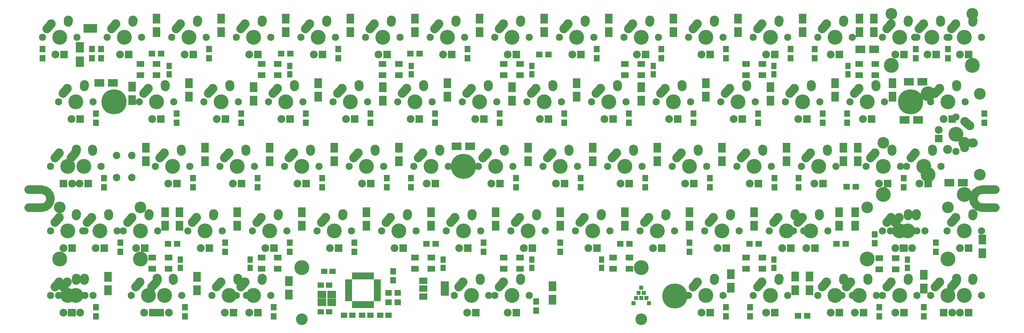
<source format=gbs>
G04 #@! TF.FileFunction,Soldermask,Bot*
%FSLAX46Y46*%
G04 Gerber Fmt 4.6, Leading zero omitted, Abs format (unit mm)*
G04 Created by KiCad (PCBNEW 4.0.6) date 10/22/17 14:26:44*
%MOMM*%
%LPD*%
G01*
G04 APERTURE LIST*
%ADD10C,0.100000*%
%ADD11C,2.501900*%
%ADD12C,2.650000*%
%ADD13C,2.650000*%
%ADD14C,4.387800*%
%ADD15C,2.305000*%
%ADD16R,2.305000X2.305000*%
%ADD17C,2.101800*%
%ADD18R,1.700000X1.900000*%
%ADD19C,7.401300*%
%ADD20C,7.400240*%
%ADD21R,1.900000X1.650000*%
%ADD22R,1.650000X1.900000*%
%ADD23R,2.430000X3.050000*%
%ADD24C,3.448000*%
%ADD25R,2.400000X4.200000*%
%ADD26R,2.400000X1.900000*%
%ADD27R,1.900000X1.700000*%
%ADD28R,2.200000X1.800000*%
%ADD29C,2.200000*%
%ADD30R,2.000000X0.950000*%
%ADD31R,0.950000X2.000000*%
%ADD32R,0.900000X2.650000*%
%ADD33R,2.200000X2.900000*%
%ADD34R,2.900000X2.200000*%
%ADD35R,2.500000X2.200000*%
%ADD36R,1.162000X1.162000*%
G04 APERTURE END LIST*
D10*
D11*
X329212500Y-102099050D02*
X333012500Y-102099050D01*
X326561550Y-104750000D02*
G75*
G02X329212500Y-102099050I2650950J0D01*
G01*
X329212500Y-107400950D02*
G75*
G02X326561550Y-104750000I0J2650950D01*
G01*
X329212500Y-107400950D02*
X333062500Y-107400950D01*
X48012500Y-102099050D02*
X51812500Y-102099050D01*
X54463450Y-104750000D02*
G75*
G03X51812500Y-102099050I-2650950J0D01*
G01*
X51812500Y-107400950D02*
G75*
G03X54463450Y-104750000I0J2650950D01*
G01*
X48012500Y-107400950D02*
X51812500Y-107400950D01*
D12*
X169187500Y-90750000D02*
X169227500Y-90170000D01*
D13*
X169227500Y-90170000D03*
D12*
X162877500Y-92710000D02*
X164187500Y-91250000D01*
D14*
X166687500Y-95250000D03*
D13*
X164187500Y-91250000D03*
D15*
X165417500Y-100330000D03*
D16*
X167957500Y-100330000D03*
D17*
X161607500Y-95250000D03*
X171767500Y-95250000D03*
D12*
X97750000Y-52650000D02*
X97790000Y-52070000D01*
D13*
X97790000Y-52070000D03*
D12*
X91440000Y-54610000D02*
X92750000Y-53150000D01*
D14*
X95250000Y-57150000D03*
D13*
X92750000Y-53150000D03*
D15*
X93980000Y-62230000D03*
D16*
X96520000Y-62230000D03*
D17*
X90170000Y-57150000D03*
X100330000Y-57150000D03*
D18*
X155448000Y-128858000D03*
X155448000Y-126158000D03*
D19*
X73212500Y-76150000D03*
D20*
X176212500Y-95250000D03*
X238512500Y-133450000D03*
X308062500Y-76150000D03*
D21*
X136614000Y-138160000D03*
X134114000Y-138160000D03*
X134114000Y-130286000D03*
X136614000Y-130286000D03*
X154140000Y-139176000D03*
X151640000Y-139176000D03*
X137650000Y-126222000D03*
X135150000Y-126222000D03*
X143472000Y-139176000D03*
X140972000Y-139176000D03*
X146306000Y-139176000D03*
X148806000Y-139176000D03*
D22*
X170180000Y-122702000D03*
X170180000Y-125202000D03*
X196342000Y-122702000D03*
X196342000Y-125202000D03*
X216916000Y-122702000D03*
X216916000Y-125202000D03*
X267716000Y-122702000D03*
X267716000Y-125202000D03*
X307086000Y-122702000D03*
X307086000Y-125202000D03*
X289560000Y-65552000D03*
X289560000Y-68052000D03*
X267716000Y-65552000D03*
X267716000Y-68052000D03*
X232156000Y-65552000D03*
X232156000Y-68052000D03*
X196342000Y-65552000D03*
X196342000Y-68052000D03*
X160782000Y-65552000D03*
X160782000Y-68052000D03*
X124968000Y-65552000D03*
X124968000Y-68052000D03*
X89408000Y-65552000D03*
X89408000Y-68052000D03*
X92710000Y-122702000D03*
X92710000Y-125202000D03*
X113284000Y-122702000D03*
X113284000Y-125202000D03*
D23*
X63103125Y-64293750D03*
X63103125Y-60113750D03*
D12*
X250150000Y-52650000D02*
X250190000Y-52070000D01*
D13*
X250190000Y-52070000D03*
D12*
X243840000Y-54610000D02*
X245150000Y-53150000D01*
D14*
X247650000Y-57150000D03*
D13*
X245150000Y-53150000D03*
D15*
X246380000Y-62230000D03*
D16*
X248920000Y-62230000D03*
D17*
X242570000Y-57150000D03*
X252730000Y-57150000D03*
D12*
X78700000Y-52650000D02*
X78740000Y-52070000D01*
D13*
X78740000Y-52070000D03*
D12*
X72390000Y-54610000D02*
X73700000Y-53150000D01*
D14*
X76200000Y-57150000D03*
D13*
X73700000Y-53150000D03*
D15*
X74930000Y-62230000D03*
D16*
X77470000Y-62230000D03*
D17*
X71120000Y-57150000D03*
X81280000Y-57150000D03*
D12*
X116800000Y-52650000D02*
X116840000Y-52070000D01*
D13*
X116840000Y-52070000D03*
D12*
X110490000Y-54610000D02*
X111800000Y-53150000D01*
D14*
X114300000Y-57150000D03*
D13*
X111800000Y-53150000D03*
D15*
X113030000Y-62230000D03*
D16*
X115570000Y-62230000D03*
D17*
X109220000Y-57150000D03*
X119380000Y-57150000D03*
D12*
X135850000Y-52650000D02*
X135890000Y-52070000D01*
D13*
X135890000Y-52070000D03*
D12*
X129540000Y-54610000D02*
X130850000Y-53150000D01*
D14*
X133350000Y-57150000D03*
D13*
X130850000Y-53150000D03*
D15*
X132080000Y-62230000D03*
D16*
X134620000Y-62230000D03*
D17*
X128270000Y-57150000D03*
X138430000Y-57150000D03*
D12*
X154900000Y-52650000D02*
X154940000Y-52070000D01*
D13*
X154940000Y-52070000D03*
D12*
X148590000Y-54610000D02*
X149900000Y-53150000D01*
D14*
X152400000Y-57150000D03*
D13*
X149900000Y-53150000D03*
D15*
X151130000Y-62230000D03*
D16*
X153670000Y-62230000D03*
D17*
X147320000Y-57150000D03*
X157480000Y-57150000D03*
D12*
X173950000Y-52650000D02*
X173990000Y-52070000D01*
D13*
X173990000Y-52070000D03*
D12*
X167640000Y-54610000D02*
X168950000Y-53150000D01*
D14*
X171450000Y-57150000D03*
D13*
X168950000Y-53150000D03*
D15*
X170180000Y-62230000D03*
D16*
X172720000Y-62230000D03*
D17*
X166370000Y-57150000D03*
X176530000Y-57150000D03*
D12*
X193000000Y-52650000D02*
X193040000Y-52070000D01*
D13*
X193040000Y-52070000D03*
D12*
X186690000Y-54610000D02*
X188000000Y-53150000D01*
D14*
X190500000Y-57150000D03*
D13*
X188000000Y-53150000D03*
D15*
X189230000Y-62230000D03*
D16*
X191770000Y-62230000D03*
D17*
X185420000Y-57150000D03*
X195580000Y-57150000D03*
D12*
X212050000Y-52650000D02*
X212090000Y-52070000D01*
D13*
X212090000Y-52070000D03*
D12*
X205740000Y-54610000D02*
X207050000Y-53150000D01*
D14*
X209550000Y-57150000D03*
D13*
X207050000Y-53150000D03*
D15*
X208280000Y-62230000D03*
D16*
X210820000Y-62230000D03*
D17*
X204470000Y-57150000D03*
X214630000Y-57150000D03*
D12*
X231100000Y-52650000D02*
X231140000Y-52070000D01*
D13*
X231140000Y-52070000D03*
D12*
X224790000Y-54610000D02*
X226100000Y-53150000D01*
D14*
X228600000Y-57150000D03*
D13*
X226100000Y-53150000D03*
D15*
X227330000Y-62230000D03*
D16*
X229870000Y-62230000D03*
D17*
X223520000Y-57150000D03*
X233680000Y-57150000D03*
D12*
X283487500Y-90750000D02*
X283527500Y-90170000D01*
D13*
X283527500Y-90170000D03*
D12*
X277177500Y-92710000D02*
X278487500Y-91250000D01*
D14*
X280987500Y-95250000D03*
D13*
X278487500Y-91250000D03*
D15*
X279717500Y-100330000D03*
D16*
X282257500Y-100330000D03*
D17*
X275907500Y-95250000D03*
X286067500Y-95250000D03*
D12*
X235862500Y-109800000D02*
X235902500Y-109220000D01*
D13*
X235902500Y-109220000D03*
D12*
X229552500Y-111760000D02*
X230862500Y-110300000D01*
D14*
X233362500Y-114300000D03*
D13*
X230862500Y-110300000D03*
D15*
X232092500Y-119380000D03*
D16*
X234632500Y-119380000D03*
D17*
X228282500Y-114300000D03*
X238442500Y-114300000D03*
D12*
X269200000Y-52650000D02*
X269240000Y-52070000D01*
D13*
X269240000Y-52070000D03*
D12*
X262890000Y-54610000D02*
X264200000Y-53150000D01*
D14*
X266700000Y-57150000D03*
D13*
X264200000Y-53150000D03*
D15*
X265430000Y-62230000D03*
D16*
X267970000Y-62230000D03*
D17*
X261620000Y-57150000D03*
X271780000Y-57150000D03*
D12*
X254912500Y-109800000D02*
X254952500Y-109220000D01*
D13*
X254952500Y-109220000D03*
D12*
X248602500Y-111760000D02*
X249912500Y-110300000D01*
D14*
X252412500Y-114300000D03*
D13*
X249912500Y-110300000D03*
D15*
X251142500Y-119380000D03*
D16*
X253682500Y-119380000D03*
D17*
X247332500Y-114300000D03*
X257492500Y-114300000D03*
D12*
X281106250Y-109800000D02*
X281146250Y-109220000D01*
D13*
X281146250Y-109220000D03*
D12*
X274796250Y-111760000D02*
X276106250Y-110300000D01*
D14*
X278606250Y-114300000D03*
D13*
X276106250Y-110300000D03*
D15*
X277336250Y-119380000D03*
D16*
X279876250Y-119380000D03*
D17*
X273526250Y-114300000D03*
X283686250Y-114300000D03*
D12*
X273962500Y-109800000D02*
X274002500Y-109220000D01*
D13*
X274002500Y-109220000D03*
D12*
X267652500Y-111760000D02*
X268962500Y-110300000D01*
D14*
X271462500Y-114300000D03*
D13*
X268962500Y-110300000D03*
D15*
X270192500Y-119380000D03*
D16*
X272732500Y-119380000D03*
D17*
X266382500Y-114300000D03*
X276542500Y-114300000D03*
D12*
X264437500Y-90750000D02*
X264477500Y-90170000D01*
D13*
X264477500Y-90170000D03*
D12*
X258127500Y-92710000D02*
X259437500Y-91250000D01*
D14*
X261937500Y-95250000D03*
D13*
X259437500Y-91250000D03*
D15*
X260667500Y-100330000D03*
D16*
X263207500Y-100330000D03*
D17*
X256857500Y-95250000D03*
X267017500Y-95250000D03*
D12*
X288250000Y-52650000D02*
X288290000Y-52070000D01*
D13*
X288290000Y-52070000D03*
D12*
X281940000Y-54610000D02*
X283250000Y-53150000D01*
D14*
X285750000Y-57150000D03*
D13*
X283250000Y-53150000D03*
D15*
X284480000Y-62230000D03*
D16*
X287020000Y-62230000D03*
D17*
X280670000Y-57150000D03*
X290830000Y-57150000D03*
D12*
X92987500Y-90750000D02*
X93027500Y-90170000D01*
D13*
X93027500Y-90170000D03*
D12*
X86677500Y-92710000D02*
X87987500Y-91250000D01*
D14*
X90487500Y-95250000D03*
D13*
X87987500Y-91250000D03*
D15*
X89217500Y-100330000D03*
D16*
X91757500Y-100330000D03*
D17*
X85407500Y-95250000D03*
X95567500Y-95250000D03*
D12*
X109656250Y-128850000D02*
X109696250Y-128270000D01*
D13*
X109696250Y-128270000D03*
D12*
X103346250Y-130810000D02*
X104656250Y-129350000D01*
D14*
X107156250Y-133350000D03*
D13*
X104656250Y-129350000D03*
D15*
X105886250Y-138430000D03*
D16*
X108426250Y-138430000D03*
D17*
X102076250Y-133350000D03*
X112236250Y-133350000D03*
D12*
X178712500Y-109800000D02*
X178752500Y-109220000D01*
D13*
X178752500Y-109220000D03*
D12*
X172402500Y-111760000D02*
X173712500Y-110300000D01*
D14*
X176212500Y-114300000D03*
D13*
X173712500Y-110300000D03*
D15*
X174942500Y-119380000D03*
D16*
X177482500Y-119380000D03*
D17*
X171132500Y-114300000D03*
X181292500Y-114300000D03*
D12*
X326350000Y-52650000D02*
X326390000Y-52070000D01*
D13*
X326390000Y-52070000D03*
D12*
X320040000Y-54610000D02*
X321350000Y-53150000D01*
D14*
X323850000Y-57150000D03*
D13*
X321350000Y-53150000D03*
D15*
X322580000Y-62230000D03*
D16*
X325120000Y-62230000D03*
D17*
X318770000Y-57150000D03*
X328930000Y-57150000D03*
D12*
X316825000Y-52650000D02*
X316865000Y-52070000D01*
D13*
X316865000Y-52070000D03*
D12*
X310515000Y-54610000D02*
X311825000Y-53150000D01*
D14*
X314325000Y-57150000D03*
D13*
X311825000Y-53150000D03*
D15*
X313055000Y-62230000D03*
D16*
X315595000Y-62230000D03*
D17*
X309245000Y-57150000D03*
X319405000Y-57150000D03*
D24*
X302418750Y-50165000D03*
X326231250Y-50165000D03*
D14*
X302418750Y-65405000D03*
X326231250Y-65405000D03*
D12*
X140612500Y-109800000D02*
X140652500Y-109220000D01*
D13*
X140652500Y-109220000D03*
D12*
X134302500Y-111760000D02*
X135612500Y-110300000D01*
D14*
X138112500Y-114300000D03*
D13*
X135612500Y-110300000D03*
D15*
X136842500Y-119380000D03*
D16*
X139382500Y-119380000D03*
D17*
X133032500Y-114300000D03*
X143192500Y-114300000D03*
D12*
X66793750Y-90750000D02*
X66833750Y-90170000D01*
D13*
X66833750Y-90170000D03*
D12*
X60483750Y-92710000D02*
X61793750Y-91250000D01*
D14*
X64293750Y-95250000D03*
D13*
X61793750Y-91250000D03*
D15*
X63023750Y-100330000D03*
D16*
X65563750Y-100330000D03*
D17*
X59213750Y-95250000D03*
X69373750Y-95250000D03*
D12*
X62031250Y-128850000D02*
X62071250Y-128270000D01*
D13*
X62071250Y-128270000D03*
D12*
X55721250Y-130810000D02*
X57031250Y-129350000D01*
D14*
X59531250Y-133350000D03*
D13*
X57031250Y-129350000D03*
D15*
X58261250Y-138430000D03*
D16*
X60801250Y-138430000D03*
D17*
X54451250Y-133350000D03*
X64611250Y-133350000D03*
D12*
X131087500Y-90750000D02*
X131127500Y-90170000D01*
D13*
X131127500Y-90170000D03*
D12*
X124777500Y-92710000D02*
X126087500Y-91250000D01*
D14*
X128587500Y-95250000D03*
D13*
X126087500Y-91250000D03*
D15*
X127317500Y-100330000D03*
D16*
X129857500Y-100330000D03*
D17*
X123507500Y-95250000D03*
X133667500Y-95250000D03*
D12*
X307300000Y-52650000D02*
X307340000Y-52070000D01*
D13*
X307340000Y-52070000D03*
D12*
X300990000Y-54610000D02*
X302300000Y-53150000D01*
D14*
X304800000Y-57150000D03*
D13*
X302300000Y-53150000D03*
D15*
X303530000Y-62230000D03*
D16*
X306070000Y-62230000D03*
D17*
X299720000Y-57150000D03*
X309880000Y-57150000D03*
D12*
X307300000Y-128850000D02*
X307340000Y-128270000D01*
D13*
X307340000Y-128270000D03*
D12*
X300990000Y-130810000D02*
X302300000Y-129350000D01*
D14*
X304800000Y-133350000D03*
D13*
X302300000Y-129350000D03*
D15*
X303530000Y-138430000D03*
D16*
X306070000Y-138430000D03*
D17*
X299720000Y-133350000D03*
X309880000Y-133350000D03*
D12*
X126325000Y-71700000D02*
X126365000Y-71120000D01*
D13*
X126365000Y-71120000D03*
D12*
X120015000Y-73660000D02*
X121325000Y-72200000D01*
D14*
X123825000Y-76200000D03*
D13*
X121325000Y-72200000D03*
D15*
X122555000Y-81280000D03*
D16*
X125095000Y-81280000D03*
D17*
X118745000Y-76200000D03*
X128905000Y-76200000D03*
D12*
X314443750Y-90750000D02*
X314483750Y-90170000D01*
D13*
X314483750Y-90170000D03*
D12*
X308133750Y-92710000D02*
X309443750Y-91250000D01*
D14*
X311943750Y-95250000D03*
D13*
X309443750Y-91250000D03*
D15*
X310673750Y-100330000D03*
D16*
X313213750Y-100330000D03*
D17*
X306863750Y-95250000D03*
X317023750Y-95250000D03*
D24*
X300037500Y-88265000D03*
X323850000Y-88265000D03*
D14*
X300037500Y-103505000D03*
X323850000Y-103505000D03*
D12*
X59650000Y-52650000D02*
X59690000Y-52070000D01*
D13*
X59690000Y-52070000D03*
D12*
X53340000Y-54610000D02*
X54650000Y-53150000D01*
D14*
X57150000Y-57150000D03*
D13*
X54650000Y-53150000D03*
D15*
X55880000Y-62230000D03*
D16*
X58420000Y-62230000D03*
D17*
X52070000Y-57150000D03*
X62230000Y-57150000D03*
D12*
X150137500Y-90750000D02*
X150177500Y-90170000D01*
D13*
X150177500Y-90170000D03*
D12*
X143827500Y-92710000D02*
X145137500Y-91250000D01*
D14*
X147637500Y-95250000D03*
D13*
X145137500Y-91250000D03*
D15*
X146367500Y-100330000D03*
D16*
X148907500Y-100330000D03*
D17*
X142557500Y-95250000D03*
X152717500Y-95250000D03*
D12*
X250150000Y-128850000D02*
X250190000Y-128270000D01*
D13*
X250190000Y-128270000D03*
D12*
X243840000Y-130810000D02*
X245150000Y-129350000D01*
D14*
X247650000Y-133350000D03*
D13*
X245150000Y-129350000D03*
D15*
X246380000Y-138430000D03*
D16*
X248920000Y-138430000D03*
D17*
X242570000Y-133350000D03*
X252730000Y-133350000D03*
D12*
X188237500Y-90750000D02*
X188277500Y-90170000D01*
D13*
X188277500Y-90170000D03*
D12*
X181927500Y-92710000D02*
X183237500Y-91250000D01*
D14*
X185737500Y-95250000D03*
D13*
X183237500Y-91250000D03*
D15*
X184467500Y-100330000D03*
D16*
X187007500Y-100330000D03*
D17*
X180657500Y-95250000D03*
X190817500Y-95250000D03*
D12*
X221575000Y-71700000D02*
X221615000Y-71120000D01*
D13*
X221615000Y-71120000D03*
D12*
X215265000Y-73660000D02*
X216575000Y-72200000D01*
D14*
X219075000Y-76200000D03*
D13*
X216575000Y-72200000D03*
D15*
X217805000Y-81280000D03*
D16*
X220345000Y-81280000D03*
D17*
X213995000Y-76200000D03*
X224155000Y-76200000D03*
D12*
X83462500Y-109800000D02*
X83502500Y-109220000D01*
D13*
X83502500Y-109220000D03*
D12*
X77152500Y-111760000D02*
X78462500Y-110300000D01*
D14*
X80962500Y-114300000D03*
D13*
X78462500Y-110300000D03*
D15*
X79692500Y-119380000D03*
D16*
X82232500Y-119380000D03*
D17*
X75882500Y-114300000D03*
X86042500Y-114300000D03*
D12*
X302537500Y-90750000D02*
X302577500Y-90170000D01*
D13*
X302577500Y-90170000D03*
D12*
X296227500Y-92710000D02*
X297537500Y-91250000D01*
D14*
X300037500Y-95250000D03*
D13*
X297537500Y-91250000D03*
D15*
X298767500Y-100330000D03*
D16*
X301307500Y-100330000D03*
D17*
X294957500Y-95250000D03*
X305117500Y-95250000D03*
D12*
X207287500Y-90750000D02*
X207327500Y-90170000D01*
D13*
X207327500Y-90170000D03*
D12*
X200977500Y-92710000D02*
X202287500Y-91250000D01*
D14*
X204787500Y-95250000D03*
D13*
X202287500Y-91250000D03*
D15*
X203517500Y-100330000D03*
D16*
X206057500Y-100330000D03*
D17*
X199707500Y-95250000D03*
X209867500Y-95250000D03*
D12*
X226337500Y-90750000D02*
X226377500Y-90170000D01*
D13*
X226377500Y-90170000D03*
D12*
X220027500Y-92710000D02*
X221337500Y-91250000D01*
D14*
X223837500Y-95250000D03*
D13*
X221337500Y-91250000D03*
D15*
X222567500Y-100330000D03*
D16*
X225107500Y-100330000D03*
D17*
X218757500Y-95250000D03*
X228917500Y-95250000D03*
D12*
X245387500Y-90750000D02*
X245427500Y-90170000D01*
D13*
X245427500Y-90170000D03*
D12*
X239077500Y-92710000D02*
X240387500Y-91250000D01*
D14*
X242887500Y-95250000D03*
D13*
X240387500Y-91250000D03*
D15*
X241617500Y-100330000D03*
D16*
X244157500Y-100330000D03*
D17*
X237807500Y-95250000D03*
X247967500Y-95250000D03*
D12*
X288250000Y-128850000D02*
X288290000Y-128270000D01*
D13*
X288290000Y-128270000D03*
D12*
X281940000Y-130810000D02*
X283250000Y-129350000D01*
D14*
X285750000Y-133350000D03*
D13*
X283250000Y-129350000D03*
D15*
X284480000Y-138430000D03*
D16*
X287020000Y-138430000D03*
D17*
X280670000Y-133350000D03*
X290830000Y-133350000D03*
D12*
X216812500Y-109800000D02*
X216852500Y-109220000D01*
D13*
X216852500Y-109220000D03*
D12*
X210502500Y-111760000D02*
X211812500Y-110300000D01*
D14*
X214312500Y-114300000D03*
D13*
X211812500Y-110300000D03*
D15*
X213042500Y-119380000D03*
D16*
X215582500Y-119380000D03*
D17*
X209232500Y-114300000D03*
X219392500Y-114300000D03*
D12*
X197762500Y-109800000D02*
X197802500Y-109220000D01*
D13*
X197802500Y-109220000D03*
D12*
X191452500Y-111760000D02*
X192762500Y-110300000D01*
D14*
X195262500Y-114300000D03*
D13*
X192762500Y-110300000D03*
D15*
X193992500Y-119380000D03*
D16*
X196532500Y-119380000D03*
D17*
X190182500Y-114300000D03*
X200342500Y-114300000D03*
D12*
X240625000Y-71700000D02*
X240665000Y-71120000D01*
D13*
X240665000Y-71120000D03*
D12*
X234315000Y-73660000D02*
X235625000Y-72200000D01*
D14*
X238125000Y-76200000D03*
D13*
X235625000Y-72200000D03*
D15*
X236855000Y-81280000D03*
D16*
X239395000Y-81280000D03*
D17*
X233045000Y-76200000D03*
X243205000Y-76200000D03*
D12*
X259675000Y-71700000D02*
X259715000Y-71120000D01*
D13*
X259715000Y-71120000D03*
D12*
X253365000Y-73660000D02*
X254675000Y-72200000D01*
D14*
X257175000Y-76200000D03*
D13*
X254675000Y-72200000D03*
D15*
X255905000Y-81280000D03*
D16*
X258445000Y-81280000D03*
D17*
X252095000Y-76200000D03*
X262255000Y-76200000D03*
D12*
X88225000Y-71700000D02*
X88265000Y-71120000D01*
D13*
X88265000Y-71120000D03*
D12*
X81915000Y-73660000D02*
X83225000Y-72200000D01*
D14*
X85725000Y-76200000D03*
D13*
X83225000Y-72200000D03*
D15*
X84455000Y-81280000D03*
D16*
X86995000Y-81280000D03*
D17*
X80645000Y-76200000D03*
X90805000Y-76200000D03*
D12*
X145375000Y-71700000D02*
X145415000Y-71120000D01*
D13*
X145415000Y-71120000D03*
D12*
X139065000Y-73660000D02*
X140375000Y-72200000D01*
D14*
X142875000Y-76200000D03*
D13*
X140375000Y-72200000D03*
D15*
X141605000Y-81280000D03*
D16*
X144145000Y-81280000D03*
D17*
X137795000Y-76200000D03*
X147955000Y-76200000D03*
D12*
X326350000Y-128850000D02*
X326390000Y-128270000D01*
D13*
X326390000Y-128270000D03*
D12*
X320040000Y-130810000D02*
X321350000Y-129350000D01*
D14*
X323850000Y-133350000D03*
D13*
X321350000Y-129350000D03*
D15*
X322580000Y-138430000D03*
D16*
X325120000Y-138430000D03*
D17*
X318770000Y-133350000D03*
X328930000Y-133350000D03*
D12*
X326350000Y-109800000D02*
X326390000Y-109220000D01*
D13*
X326390000Y-109220000D03*
D12*
X320040000Y-111760000D02*
X321350000Y-110300000D01*
D14*
X323850000Y-114300000D03*
D13*
X321350000Y-110300000D03*
D15*
X322580000Y-119380000D03*
D16*
X325120000Y-119380000D03*
D17*
X318770000Y-114300000D03*
X328930000Y-114300000D03*
D12*
X112037500Y-90750000D02*
X112077500Y-90170000D01*
D13*
X112077500Y-90170000D03*
D12*
X105727500Y-92710000D02*
X107037500Y-91250000D01*
D14*
X109537500Y-95250000D03*
D13*
X107037500Y-91250000D03*
D15*
X108267500Y-100330000D03*
D16*
X110807500Y-100330000D03*
D17*
X104457500Y-95250000D03*
X114617500Y-95250000D03*
D12*
X71556250Y-109800000D02*
X71596250Y-109220000D01*
D13*
X71596250Y-109220000D03*
D12*
X65246250Y-111760000D02*
X66556250Y-110300000D01*
D14*
X69056250Y-114300000D03*
D13*
X66556250Y-110300000D03*
D15*
X67786250Y-119380000D03*
D16*
X70326250Y-119380000D03*
D17*
X63976250Y-114300000D03*
X74136250Y-114300000D03*
D24*
X57150000Y-107315000D03*
X80962500Y-107315000D03*
D14*
X57150000Y-122555000D03*
X80962500Y-122555000D03*
D12*
X181093750Y-128850000D02*
X181133750Y-128270000D01*
D13*
X181133750Y-128270000D03*
D12*
X174783750Y-130810000D02*
X176093750Y-129350000D01*
D14*
X178593750Y-133350000D03*
D13*
X176093750Y-129350000D03*
D15*
X177323750Y-138430000D03*
D16*
X179863750Y-138430000D03*
D17*
X173513750Y-133350000D03*
X183673750Y-133350000D03*
D24*
X128593850Y-140335000D03*
X228593650Y-140335000D03*
D14*
X128593850Y-125095000D03*
X228593650Y-125095000D03*
D12*
X193000000Y-128850000D02*
X193040000Y-128270000D01*
D13*
X193040000Y-128270000D03*
D12*
X186690000Y-130810000D02*
X188000000Y-129350000D01*
D14*
X190500000Y-133350000D03*
D13*
X188000000Y-129350000D03*
D15*
X189230000Y-138430000D03*
D16*
X191770000Y-138430000D03*
D17*
X185420000Y-133350000D03*
X195580000Y-133350000D03*
D12*
X164425000Y-71700000D02*
X164465000Y-71120000D01*
D13*
X164465000Y-71120000D03*
D12*
X158115000Y-73660000D02*
X159425000Y-72200000D01*
D14*
X161925000Y-76200000D03*
D13*
X159425000Y-72200000D03*
D15*
X160655000Y-81280000D03*
D16*
X163195000Y-81280000D03*
D17*
X156845000Y-76200000D03*
X167005000Y-76200000D03*
D12*
X64412500Y-71700000D02*
X64452500Y-71120000D01*
D13*
X64452500Y-71120000D03*
D12*
X58102500Y-73660000D02*
X59412500Y-72200000D01*
D14*
X61912500Y-76200000D03*
D13*
X59412500Y-72200000D03*
D15*
X60642500Y-81280000D03*
D16*
X63182500Y-81280000D03*
D17*
X56832500Y-76200000D03*
X66992500Y-76200000D03*
D12*
X202525000Y-71700000D02*
X202565000Y-71120000D01*
D13*
X202565000Y-71120000D03*
D12*
X196215000Y-73660000D02*
X197525000Y-72200000D01*
D14*
X200025000Y-76200000D03*
D13*
X197525000Y-72200000D03*
D15*
X198755000Y-81280000D03*
D16*
X201295000Y-81280000D03*
D17*
X194945000Y-76200000D03*
X205105000Y-76200000D03*
D12*
X307300000Y-109800000D02*
X307340000Y-109220000D01*
D13*
X307340000Y-109220000D03*
D12*
X300990000Y-111760000D02*
X302300000Y-110300000D01*
D14*
X304800000Y-114300000D03*
D13*
X302300000Y-110300000D03*
D15*
X303530000Y-119380000D03*
D16*
X306070000Y-119380000D03*
D17*
X299720000Y-114300000D03*
X309880000Y-114300000D03*
D12*
X159662500Y-109800000D02*
X159702500Y-109220000D01*
D13*
X159702500Y-109220000D03*
D12*
X153352500Y-111760000D02*
X154662500Y-110300000D01*
D14*
X157162500Y-114300000D03*
D13*
X154662500Y-110300000D03*
D15*
X155892500Y-119380000D03*
D16*
X158432500Y-119380000D03*
D17*
X152082500Y-114300000D03*
X162242500Y-114300000D03*
D12*
X107275000Y-71700000D02*
X107315000Y-71120000D01*
D13*
X107315000Y-71120000D03*
D12*
X100965000Y-73660000D02*
X102275000Y-72200000D01*
D14*
X104775000Y-76200000D03*
D13*
X102275000Y-72200000D03*
D15*
X103505000Y-81280000D03*
D16*
X106045000Y-81280000D03*
D17*
X99695000Y-76200000D03*
X109855000Y-76200000D03*
D12*
X85843750Y-128850000D02*
X85883750Y-128270000D01*
D13*
X85883750Y-128270000D03*
D12*
X79533750Y-130810000D02*
X80843750Y-129350000D01*
D14*
X83343750Y-133350000D03*
D13*
X80843750Y-129350000D03*
D15*
X82073750Y-138430000D03*
D16*
X84613750Y-138430000D03*
D17*
X78263750Y-133350000D03*
X88423750Y-133350000D03*
D12*
X121562500Y-109800000D02*
X121602500Y-109220000D01*
D13*
X121602500Y-109220000D03*
D12*
X115252500Y-111760000D02*
X116562500Y-110300000D01*
D14*
X119062500Y-114300000D03*
D13*
X116562500Y-110300000D03*
D15*
X117792500Y-119380000D03*
D16*
X120332500Y-119380000D03*
D17*
X113982500Y-114300000D03*
X124142500Y-114300000D03*
D12*
X183475000Y-71700000D02*
X183515000Y-71120000D01*
D13*
X183515000Y-71120000D03*
D12*
X177165000Y-73660000D02*
X178475000Y-72200000D01*
D14*
X180975000Y-76200000D03*
D13*
X178475000Y-72200000D03*
D15*
X179705000Y-81280000D03*
D16*
X182245000Y-81280000D03*
D17*
X175895000Y-76200000D03*
X186055000Y-76200000D03*
D12*
X102512500Y-109800000D02*
X102552500Y-109220000D01*
D13*
X102552500Y-109220000D03*
D12*
X96202500Y-111760000D02*
X97512500Y-110300000D01*
D14*
X100012500Y-114300000D03*
D13*
X97512500Y-110300000D03*
D15*
X98742500Y-119380000D03*
D16*
X101282500Y-119380000D03*
D17*
X94932500Y-114300000D03*
X105092500Y-114300000D03*
D12*
X278725000Y-71700000D02*
X278765000Y-71120000D01*
D13*
X278765000Y-71120000D03*
D12*
X272415000Y-73660000D02*
X273725000Y-72200000D01*
D14*
X276225000Y-76200000D03*
D13*
X273725000Y-72200000D03*
D15*
X274955000Y-81280000D03*
D16*
X277495000Y-81280000D03*
D17*
X271145000Y-76200000D03*
X281305000Y-76200000D03*
D12*
X321587500Y-71700000D02*
X321627500Y-71120000D01*
D13*
X321627500Y-71120000D03*
D12*
X315277500Y-73660000D02*
X316587500Y-72200000D01*
D14*
X319087500Y-76200000D03*
D13*
X316587500Y-72200000D03*
D15*
X317817500Y-81280000D03*
D16*
X320357500Y-81280000D03*
D17*
X314007500Y-76200000D03*
X324167500Y-76200000D03*
D12*
X297775000Y-71700000D02*
X297815000Y-71120000D01*
D13*
X297815000Y-71120000D03*
D12*
X291465000Y-73660000D02*
X292775000Y-72200000D01*
D14*
X295275000Y-76200000D03*
D13*
X292775000Y-72200000D03*
D15*
X294005000Y-81280000D03*
D16*
X296545000Y-81280000D03*
D17*
X290195000Y-76200000D03*
X300355000Y-76200000D03*
D12*
X269200000Y-128850000D02*
X269240000Y-128270000D01*
D13*
X269240000Y-128270000D03*
D12*
X262890000Y-130810000D02*
X264200000Y-129350000D01*
D14*
X266700000Y-133350000D03*
D13*
X264200000Y-129350000D03*
D15*
X265430000Y-138430000D03*
D16*
X267970000Y-138430000D03*
D17*
X261620000Y-133350000D03*
X271780000Y-133350000D03*
D25*
X170688000Y-131318000D03*
D26*
X164388000Y-131318000D03*
X164388000Y-129018000D03*
X164388000Y-133618000D03*
D27*
X154098000Y-135382000D03*
X156798000Y-135382000D03*
D18*
X69342000Y-63262500D03*
X69342000Y-60562500D03*
X66675000Y-63262500D03*
X66675000Y-60562500D03*
D27*
X156798000Y-132588000D03*
X154098000Y-132588000D03*
D28*
X166706250Y-122175000D03*
X166706250Y-125475000D03*
X161906250Y-125475000D03*
X161906250Y-122175000D03*
X192900000Y-122175000D03*
X192900000Y-125475000D03*
X188100000Y-125475000D03*
X188100000Y-122175000D03*
X225158000Y-122175000D03*
X225158000Y-125475000D03*
X220358000Y-125475000D03*
X220358000Y-122175000D03*
X264337500Y-122175000D03*
X264337500Y-125475000D03*
X259537500Y-125475000D03*
X259537500Y-122175000D03*
X303644000Y-122302000D03*
X303644000Y-125602000D03*
X298844000Y-125602000D03*
X298844000Y-122302000D03*
X297675000Y-65025000D03*
X297675000Y-68325000D03*
X292875000Y-68325000D03*
X292875000Y-65025000D03*
X264337500Y-65025000D03*
X264337500Y-68325000D03*
X259537500Y-68325000D03*
X259537500Y-65025000D03*
X228618750Y-65025000D03*
X228618750Y-68325000D03*
X223818750Y-68325000D03*
X223818750Y-65025000D03*
X192900000Y-65025000D03*
X192900000Y-68325000D03*
X188100000Y-68325000D03*
X188100000Y-65025000D03*
X157181250Y-65025000D03*
X157181250Y-68325000D03*
X152381250Y-68325000D03*
X152381250Y-65025000D03*
X121462500Y-65025000D03*
X121462500Y-68325000D03*
X116662500Y-68325000D03*
X116662500Y-65025000D03*
X85743750Y-65025000D03*
X85743750Y-68325000D03*
X80943750Y-68325000D03*
X80943750Y-65025000D03*
X89268000Y-122175000D03*
X89268000Y-125475000D03*
X84468000Y-125475000D03*
X84468000Y-122175000D03*
X121462500Y-122175000D03*
X121462500Y-125475000D03*
X116662500Y-125475000D03*
X116662500Y-122175000D03*
D29*
X78450000Y-92000000D03*
X73950000Y-98500000D03*
X73950000Y-92000000D03*
X78450000Y-98500000D03*
D30*
X142353500Y-134610000D03*
X142353500Y-133810000D03*
X142353500Y-133010000D03*
X142353500Y-132210000D03*
X142353500Y-131410000D03*
X142353500Y-130610000D03*
X142353500Y-129810000D03*
X142353500Y-129010000D03*
D31*
X143803500Y-127560000D03*
X144603500Y-127560000D03*
X145403500Y-127560000D03*
X146203500Y-127560000D03*
X147003500Y-127560000D03*
X147803500Y-127560000D03*
X148603500Y-127560000D03*
X149403500Y-127560000D03*
D30*
X150853500Y-129010000D03*
X150853500Y-129810000D03*
X150853500Y-130610000D03*
X150853500Y-131410000D03*
X150853500Y-132210000D03*
X150853500Y-133010000D03*
X150853500Y-133810000D03*
X150853500Y-134610000D03*
D31*
X149403500Y-136060000D03*
X148603500Y-136060000D03*
X147803500Y-136060000D03*
X147003500Y-136060000D03*
X146203500Y-136060000D03*
X145403500Y-136060000D03*
X144603500Y-136060000D03*
X143803500Y-136060000D03*
D32*
X67800000Y-54506250D03*
X67000000Y-54506250D03*
X66200000Y-54506250D03*
X65400000Y-54506250D03*
X64600000Y-54506250D03*
D12*
X62031250Y-109800000D02*
X62071250Y-109220000D01*
D13*
X62071250Y-109220000D03*
D12*
X55721250Y-111760000D02*
X57031250Y-110300000D01*
D14*
X59531250Y-114300000D03*
D13*
X57031250Y-110300000D03*
D15*
X58261250Y-119380000D03*
D16*
X60801250Y-119380000D03*
D17*
X54451250Y-114300000D03*
X64611250Y-114300000D03*
D12*
X116800000Y-128850000D02*
X116840000Y-128270000D01*
D13*
X116840000Y-128270000D03*
D12*
X110490000Y-130810000D02*
X111800000Y-129350000D01*
D14*
X114300000Y-133350000D03*
D13*
X111800000Y-129350000D03*
D15*
X113030000Y-138430000D03*
D16*
X115570000Y-138430000D03*
D17*
X109220000Y-133350000D03*
X119380000Y-133350000D03*
D12*
X295393750Y-128850000D02*
X295433750Y-128270000D01*
D13*
X295433750Y-128270000D03*
D12*
X289083750Y-130810000D02*
X290393750Y-129350000D01*
D14*
X292893750Y-133350000D03*
D13*
X290393750Y-129350000D03*
D15*
X291623750Y-138430000D03*
D16*
X294163750Y-138430000D03*
D17*
X287813750Y-133350000D03*
X297973750Y-133350000D03*
D12*
X325968750Y-88225000D02*
X326548750Y-88264998D01*
D13*
X326548750Y-88265000D03*
D12*
X324008750Y-81915000D02*
X325468758Y-83224990D01*
D14*
X321468750Y-85725000D03*
D13*
X325468750Y-83225000D03*
D16*
X316388750Y-86995000D03*
D15*
X316388750Y-84455000D03*
D17*
X321468750Y-80645000D03*
X321468750Y-90805000D03*
D13*
X323968750Y-89725000D03*
X318968750Y-90225000D03*
D24*
X328453750Y-97631250D03*
X328453750Y-73818750D03*
D14*
X313213750Y-97631250D03*
X313213750Y-73818750D03*
D33*
X257175000Y-51578125D03*
X257175000Y-55578125D03*
X85725000Y-51578125D03*
X85725000Y-55578125D03*
X104775000Y-51578125D03*
X104775000Y-55578125D03*
X123825000Y-51578125D03*
X123825000Y-55578125D03*
X142875000Y-51578125D03*
X142875000Y-55578125D03*
X161925000Y-51578125D03*
X161925000Y-55578125D03*
X180975000Y-51578125D03*
X180975000Y-55578125D03*
X200025000Y-51578125D03*
X200025000Y-55578125D03*
X219075000Y-51578125D03*
X219075000Y-55578125D03*
X238125000Y-51578125D03*
X238125000Y-55578125D03*
X288250000Y-89678125D03*
X288250000Y-93678125D03*
X242887500Y-108728125D03*
X242887500Y-112728125D03*
X276225000Y-51578125D03*
X276225000Y-55578125D03*
X261937500Y-108728125D03*
X261937500Y-112728125D03*
X286940625Y-108728125D03*
X286940625Y-112728125D03*
X271462500Y-89678125D03*
X271462500Y-93678125D03*
X293000000Y-51578125D03*
X293000000Y-55578125D03*
X100012500Y-89678125D03*
X100012500Y-93678125D03*
X124714000Y-129064000D03*
X124714000Y-133064000D03*
X185737500Y-108728125D03*
X185737500Y-112728125D03*
D34*
X293275000Y-60706000D03*
X297275000Y-60706000D03*
D33*
X147637500Y-108728125D03*
X147637500Y-112728125D03*
X82550000Y-89694000D03*
X82550000Y-93694000D03*
X71437500Y-127778125D03*
X71437500Y-131778125D03*
X138112500Y-89678125D03*
X138112500Y-93678125D03*
X297250000Y-51578125D03*
X297250000Y-55578125D03*
X311943750Y-127250000D03*
X311943750Y-131250000D03*
X133350000Y-70628125D03*
X133350000Y-74628125D03*
D34*
X306250000Y-81500000D03*
X310250000Y-81500000D03*
X72866000Y-70612000D03*
X68866000Y-70612000D03*
D33*
X157162500Y-89678125D03*
X157162500Y-93678125D03*
X255016000Y-127032000D03*
X255016000Y-131032000D03*
D34*
X178212500Y-89296875D03*
X174212500Y-89296875D03*
D33*
X195262500Y-89678125D03*
X195262500Y-93678125D03*
X228600000Y-71818750D03*
X228600000Y-75818750D03*
X92500000Y-108728125D03*
X92500000Y-112728125D03*
X292500000Y-89678125D03*
X292500000Y-93678125D03*
X214312500Y-89678125D03*
X214312500Y-93678125D03*
X233362500Y-89678125D03*
X233362500Y-93678125D03*
X252412500Y-89678125D03*
X252412500Y-93678125D03*
X278250000Y-127750000D03*
X278250000Y-131750000D03*
X223837500Y-108728125D03*
X223837500Y-112728125D03*
X204787500Y-108728125D03*
X204787500Y-112728125D03*
X247650000Y-70628125D03*
X247650000Y-74628125D03*
X266700000Y-71818750D03*
X266700000Y-75818750D03*
X95250000Y-70628125D03*
X95250000Y-74628125D03*
X152400000Y-71818750D03*
X152400000Y-75818750D03*
X329184000Y-116840000D03*
X329184000Y-120840000D03*
D34*
X319468750Y-100012500D03*
X323468750Y-100012500D03*
D33*
X119062500Y-89678125D03*
X119062500Y-93678125D03*
X88250000Y-108728125D03*
X88250000Y-112728125D03*
X202438000Y-130588000D03*
X202438000Y-134588000D03*
X171450000Y-70628125D03*
X171450000Y-74628125D03*
X78486000Y-71660000D03*
X78486000Y-75660000D03*
X209550000Y-70628125D03*
X209550000Y-74628125D03*
X291703125Y-108728125D03*
X291703125Y-112728125D03*
X166687500Y-108728125D03*
X166687500Y-112728125D03*
X114300000Y-71818750D03*
X114300000Y-75818750D03*
X97631250Y-127778125D03*
X97631250Y-131778125D03*
X128587500Y-108728125D03*
X128587500Y-112728125D03*
X190500000Y-71818750D03*
X190500000Y-75818750D03*
X109537500Y-108728125D03*
X109537500Y-112728125D03*
X285750000Y-70628125D03*
X285750000Y-74628125D03*
D34*
X307562500Y-70246875D03*
X311562500Y-70246875D03*
D33*
X302750000Y-70628125D03*
X302750000Y-74628125D03*
X274000000Y-127750000D03*
X274000000Y-131750000D03*
D35*
X137396000Y-135380000D03*
X134496000Y-135380000D03*
X134496000Y-133080000D03*
X137396000Y-133080000D03*
D18*
X253603125Y-60562500D03*
X253603125Y-63262500D03*
D27*
X87075000Y-61912500D03*
X84375000Y-61912500D03*
D18*
X101203125Y-60562500D03*
X101203125Y-63262500D03*
D27*
X125175000Y-61912500D03*
X122475000Y-61912500D03*
D18*
X139303125Y-60562500D03*
X139303125Y-63262500D03*
D27*
X163275000Y-61912500D03*
X160575000Y-61912500D03*
D18*
X177403125Y-60562500D03*
X177403125Y-63262500D03*
D27*
X201248000Y-62230000D03*
X198548000Y-62230000D03*
D18*
X215503125Y-60562500D03*
X215503125Y-63262500D03*
X234553125Y-60562500D03*
X234553125Y-63262500D03*
X275034375Y-98662500D03*
X275034375Y-101362500D03*
X242824000Y-117712500D03*
X242824000Y-120412500D03*
X272653125Y-60562500D03*
X272653125Y-63262500D03*
D27*
X263224000Y-118110000D03*
X260524000Y-118110000D03*
X288878000Y-118110000D03*
X286178000Y-118110000D03*
D18*
X267890625Y-98662500D03*
X267890625Y-101362500D03*
X279796875Y-60562500D03*
X279796875Y-63262500D03*
X96440625Y-98662500D03*
X96440625Y-101362500D03*
X120253125Y-136762500D03*
X120253125Y-139462500D03*
X182165625Y-117712500D03*
X182165625Y-120412500D03*
X319087500Y-60562500D03*
X319087500Y-63262500D03*
X144065625Y-117712500D03*
X144065625Y-120412500D03*
X70246875Y-98662500D03*
X70246875Y-101362500D03*
X67865625Y-136762500D03*
X67865625Y-139462500D03*
X134540625Y-98662500D03*
X134540625Y-101362500D03*
X309562500Y-60562500D03*
X309562500Y-63262500D03*
X298846875Y-136762500D03*
X298846875Y-139462500D03*
X129778125Y-79612500D03*
X129778125Y-82312500D03*
X305990625Y-98662500D03*
X305990625Y-101362500D03*
X52070000Y-60562500D03*
X52070000Y-63262500D03*
X153590625Y-98662500D03*
X153590625Y-101362500D03*
X253603125Y-136762500D03*
X253603125Y-139462500D03*
X160734375Y-98662500D03*
X160734375Y-101362500D03*
X191690625Y-98662500D03*
X191690625Y-101362500D03*
X225028125Y-79612500D03*
X225028125Y-82312500D03*
D27*
X91774000Y-118110000D03*
X89074000Y-118110000D03*
X289162500Y-101203125D03*
X291862500Y-101203125D03*
D18*
X210740625Y-98662500D03*
X210740625Y-101362500D03*
X229790625Y-98662500D03*
X229790625Y-101362500D03*
X248840625Y-98662500D03*
X248840625Y-101362500D03*
D27*
X274875000Y-139303125D03*
X277575000Y-139303125D03*
X225187500Y-118110000D03*
X222487500Y-118110000D03*
D18*
X204724000Y-117712500D03*
X204724000Y-120412500D03*
X244078125Y-79612500D03*
X244078125Y-82312500D03*
X263128125Y-79612500D03*
X263128125Y-82312500D03*
X91678125Y-79612500D03*
X91678125Y-82312500D03*
X148828125Y-79612500D03*
X148828125Y-82312500D03*
X311943750Y-136762500D03*
X311943750Y-139462500D03*
X315515625Y-117712500D03*
X315515625Y-120412500D03*
X115490625Y-98662500D03*
X115490625Y-101362500D03*
X75009375Y-117712500D03*
X75009375Y-120412500D03*
X197612000Y-135128000D03*
X197612000Y-137828000D03*
X167878125Y-79612500D03*
X167878125Y-82312500D03*
X67865625Y-79612500D03*
X67865625Y-82312500D03*
X205978125Y-79612500D03*
X205978125Y-82312500D03*
X297434000Y-115236000D03*
X297434000Y-117936000D03*
D27*
X167974000Y-118110000D03*
X165274000Y-118110000D03*
D18*
X110728125Y-79612500D03*
X110728125Y-82312500D03*
X94059375Y-136762500D03*
X94059375Y-139462500D03*
X125015625Y-117712500D03*
X125015625Y-120412500D03*
X186928125Y-79612500D03*
X186928125Y-82312500D03*
X105965625Y-117712500D03*
X105965625Y-120412500D03*
X282178125Y-79612500D03*
X282178125Y-82312500D03*
X329803125Y-79612500D03*
X329803125Y-82312500D03*
X289321875Y-79612500D03*
X289321875Y-82312500D03*
X260746875Y-136762500D03*
X260746875Y-139462500D03*
D12*
X62031250Y-90750000D02*
X62071250Y-90170000D01*
D13*
X62071250Y-90170000D03*
D12*
X55721250Y-92710000D02*
X57031250Y-91250000D01*
D14*
X59531250Y-95250000D03*
D13*
X57031250Y-91250000D03*
D16*
X58261250Y-100330000D03*
D15*
X60801250Y-100330000D03*
D17*
X54451250Y-95250000D03*
X64611250Y-95250000D03*
D12*
X64412500Y-128850000D02*
X64452500Y-128270000D01*
D13*
X64452500Y-128270000D03*
D12*
X58102500Y-130810000D02*
X59412500Y-129350000D01*
D14*
X61912500Y-133350000D03*
D13*
X59412500Y-129350000D03*
D16*
X60642500Y-138430000D03*
D15*
X63182500Y-138430000D03*
D17*
X56832500Y-133350000D03*
X66992500Y-133350000D03*
D12*
X90606250Y-128850000D02*
X90646250Y-128270000D01*
D13*
X90646250Y-128270000D03*
D12*
X84296250Y-130810000D02*
X85606250Y-129350000D01*
D14*
X88106250Y-133350000D03*
D13*
X85606250Y-129350000D03*
D16*
X86836250Y-138430000D03*
D15*
X89376250Y-138430000D03*
D17*
X83026250Y-133350000D03*
X93186250Y-133350000D03*
D12*
X321587500Y-128850000D02*
X321627500Y-128270000D01*
D13*
X321627500Y-128270000D03*
D12*
X315277500Y-130810000D02*
X316587500Y-129350000D01*
D14*
X319087500Y-133350000D03*
D13*
X316587500Y-129350000D03*
D16*
X317817500Y-138430000D03*
D15*
X320357500Y-138430000D03*
D17*
X314007500Y-133350000D03*
X324167500Y-133350000D03*
D12*
X309681250Y-109800000D02*
X309721250Y-109220000D01*
D13*
X309721250Y-109220000D03*
D12*
X303371250Y-111760000D02*
X304681250Y-110300000D01*
D14*
X307181250Y-114300000D03*
D13*
X304681250Y-110300000D03*
D16*
X305911250Y-119380000D03*
D15*
X308451250Y-119380000D03*
D17*
X302101250Y-114300000D03*
X312261250Y-114300000D03*
D24*
X295275000Y-107315000D03*
X319087500Y-107315000D03*
D14*
X295275000Y-122555000D03*
X319087500Y-122555000D03*
D36*
X228600000Y-134112000D03*
X227076000Y-134112000D03*
X230124000Y-134112000D03*
X229362000Y-132588000D03*
X227838000Y-132588000D03*
X228600000Y-131064000D03*
X230886000Y-135636000D03*
X226314000Y-135636000D03*
M02*

</source>
